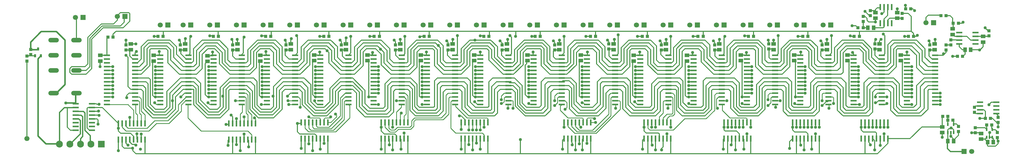
<source format=gbr>
G04 DipTrace 2.4.0.1*
%INTop.gbr*%
%MOIN*%
%ADD13C,0.02*%
%ADD14C,0.015*%
%ADD15C,0.013*%
%ADD16C,0.01*%
%ADD18R,0.0591X0.0512*%
%ADD19R,0.0394X0.0433*%
%ADD20R,0.0512X0.0591*%
%ADD21R,0.0433X0.0394*%
%ADD22R,0.0669X0.0669*%
%ADD24C,0.0669*%
%ADD25R,0.0906X0.0906*%
%ADD27C,0.0906*%
%ADD28O,0.1387X0.06*%
%ADD31R,0.0256X0.0413*%
%ADD32R,0.0236X0.0787*%
%ADD33R,0.0787X0.0236*%
%ADD34R,0.0236X0.0433*%
%ADD35C,0.04*%
%FSLAX44Y44*%
G04*
G70*
G90*
G75*
G01*
%LNTop*%
%LPD*%
X11840Y11540D2*
D13*
Y12840D1*
X11940Y12940D1*
X10540Y11640D2*
X11740D1*
X11840Y11540D1*
Y9540D2*
D14*
X12240D1*
X12440Y9340D1*
Y7575D1*
X11080Y6215D1*
X11840Y8040D2*
D15*
X11140D1*
X10740Y8440D1*
Y11040D1*
X11840D1*
X9702Y6215D2*
D13*
X9315D1*
X9340Y6240D1*
X7940D1*
X6890Y7290D1*
Y17486D1*
X7267Y17863D1*
X9702Y6215D2*
D14*
Y10402D1*
X10340Y11040D1*
X11840D1*
X16690Y12440D2*
D15*
X15940D1*
X22315D2*
X22940D1*
X29315D2*
X29940D1*
X36315D2*
X36940D1*
X43315D2*
X43940D1*
X50315D2*
X50940D1*
X57315D2*
X57940D1*
X85315D2*
X85940D1*
X78315D2*
X78940D1*
X71315D2*
X71940D1*
X64315D2*
X64940D1*
X99315D2*
X99940D1*
X106315D2*
X106940D1*
X114565D2*
X113940D1*
X121565D2*
X120940D1*
X92315D2*
X92940D1*
X22315D2*
X22140D1*
X21940Y12640D1*
Y17065D1*
X22065Y17190D1*
X29315Y12440D2*
X29140D1*
X28840Y12740D1*
Y16840D1*
X29140Y17140D1*
X36315Y12440D2*
X36140D1*
X35940Y12640D1*
Y17065D1*
X36065Y17190D1*
X43315Y12440D2*
X43240D1*
X42940Y12740D1*
Y17040D1*
X43140Y17240D1*
X50315Y12440D2*
Y17065D1*
X50140Y17240D1*
X57315Y12440D2*
X57040D1*
X56940Y12540D1*
Y17040D1*
X57140Y17240D1*
X64315Y12440D2*
X64140D1*
X63940Y12640D1*
Y17040D1*
X64140Y17240D1*
X71315Y12440D2*
X71140D1*
X70840Y12740D1*
Y16640D1*
X71040Y16840D1*
Y17140D1*
X71140Y17240D1*
X78315Y12440D2*
X78040D1*
X77940Y12540D1*
Y17040D1*
X78140Y17240D1*
X85315Y12440D2*
X85140D1*
X84940Y12640D1*
Y17065D1*
X85065Y17190D1*
X92315Y12440D2*
X92040D1*
X91840Y12640D1*
Y16965D1*
X92065Y17190D1*
X99315Y12440D2*
Y17065D1*
X99140Y17240D1*
X106315Y12440D2*
Y17065D1*
X106140Y17240D1*
X113940Y12440D2*
X113440D1*
X113340Y12540D1*
Y17040D1*
X113140Y17240D1*
X120940Y12440D2*
X120540D1*
X120340Y12640D1*
Y17040D1*
X120140Y17240D1*
X116790Y22340D2*
Y22842D1*
X132790Y7071D2*
Y6615D1*
X132915D1*
X129313Y18690D2*
X130465D1*
X130565D1*
X130940Y19065D1*
Y19692D1*
X131246Y9615D2*
Y10534D1*
X131040Y10740D1*
X130540D1*
X130665Y6865D2*
X131165D1*
X131540Y6490D1*
X131406Y7098D2*
X131398D1*
X131165Y6865D1*
X119665Y24090D2*
Y23588D1*
X127063Y6615D2*
Y6738D1*
X127690Y7365D1*
Y7865D1*
X125565Y7115D2*
Y7746D1*
X125560D1*
X126690Y7240D2*
Y7738D1*
X127063Y6615D2*
Y6867D1*
X126690Y7240D1*
X114940Y8440D2*
Y9066D1*
X116940Y6940D2*
Y7690D1*
X116815Y7815D1*
X115190D1*
X114940Y8065D1*
Y8440D1*
X105940D2*
Y9066D1*
X107940Y6940D2*
Y7565D1*
X107690Y7815D1*
X106190D1*
X105940Y8065D1*
Y8440D1*
X96940D2*
Y9066D1*
Y8440D2*
Y8065D1*
X97065Y7940D1*
X98565D1*
X98940Y7565D1*
Y6940D1*
X86440Y8440D2*
Y9066D1*
X88440Y6940D2*
Y7565D1*
X88315Y7690D1*
X86690D1*
X86440Y7940D1*
Y8440D1*
X75940D2*
Y9066D1*
X62440Y8140D2*
Y9066D1*
X64440Y6340D2*
Y6940D1*
X51940Y8440D2*
Y9066D1*
X53940Y6940D2*
Y7340D1*
X53740Y7540D1*
X52340D1*
X51940Y7940D1*
Y8440D1*
X40940Y8940D2*
X41314D1*
X41440Y9066D1*
X43440Y6940D2*
Y7340D1*
X43240Y7540D1*
X41240D1*
X40940Y7840D1*
Y8940D1*
X31565Y8815D2*
X31815D1*
X31940Y8940D1*
X33940Y6814D2*
Y7540D1*
X19440Y6814D2*
Y7240D1*
X19040Y7640D1*
X17740D1*
X17440Y7940D1*
Y8315D1*
Y8940D1*
X15040Y16440D2*
Y17165D1*
X15065Y17190D1*
X124565Y19440D2*
X124640D1*
Y20040D1*
X117340Y19440D2*
Y19840D1*
X117540Y20040D1*
X110440Y19440D2*
Y20040D1*
X103440Y19440D2*
Y19940D1*
X96315Y19440D2*
Y20015D1*
X96340Y20040D1*
X89315Y19440D2*
X89340D1*
Y20040D1*
X82440Y19440D2*
X82540D1*
Y20040D1*
X75315Y19440D2*
X75340D1*
Y19940D1*
X68440Y19440D2*
X68540D1*
Y20040D1*
X61315Y19440D2*
Y20015D1*
X61340Y20040D1*
X54440Y19440D2*
Y20040D1*
X47315Y19440D2*
Y20215D1*
X47340Y20240D1*
X40065Y19440D2*
Y20065D1*
X40140Y20140D1*
X33065Y19440D2*
Y20015D1*
X33040Y20040D1*
X26190Y19440D2*
Y20090D1*
X26240Y20140D1*
X19065Y19440D2*
X19740D1*
X13966Y11040D2*
X15340D1*
X17440Y8940D1*
X13966Y8040D2*
X13640D1*
X13340Y8340D1*
Y10940D1*
X13440Y11040D1*
X13966D1*
X130465Y18640D2*
Y18690D1*
X127690Y22190D2*
X128190D1*
X128315Y22315D1*
X116790Y22340D2*
X115915D1*
X115690Y22565D1*
Y22815D1*
X115440Y23065D1*
X115190D1*
X17315D2*
Y22565D1*
X16815Y22065D1*
X15190D1*
X13440Y20315D1*
Y16815D1*
X13065Y16440D1*
X11315D1*
X11065Y16190D1*
Y15690D1*
X11315Y15440D1*
X13190D1*
X13940Y16190D1*
Y20065D1*
X15440Y21565D1*
X18065D1*
X18940Y22440D1*
Y23440D1*
X18815Y23565D1*
X17690D1*
X17315Y23190D1*
Y23065D1*
X132915Y6615D2*
Y6290D1*
X132565Y5940D1*
X131565D1*
X131490Y6015D1*
Y6440D1*
X131540Y6490D1*
X131246Y9615D2*
X130490D1*
X77940Y6240D2*
Y6940D1*
X26640Y13440D2*
X25940D1*
X24940Y12440D1*
Y10815D1*
X23815Y9690D1*
X21940D1*
X20690Y10940D1*
Y13190D1*
X20440Y13440D1*
X19640D1*
X33640D2*
X32065D1*
X31940Y13315D1*
Y10815D1*
X30815Y9690D1*
X29065D1*
X27340Y11415D1*
Y13415D1*
X27315Y13440D1*
X26640D1*
X40640D2*
X39315D1*
X38940Y13065D1*
Y10815D1*
X37815Y9690D1*
X35815D1*
X34690Y10815D1*
Y12940D1*
X34190Y13440D1*
X33640D1*
X47641D2*
X46690D1*
X46315Y13065D1*
Y11440D1*
X44815Y9940D1*
X43065D1*
X41565Y11440D1*
Y13065D1*
X41190Y13440D1*
X40640D1*
X54641D2*
X53815D1*
X53565Y13190D1*
Y10440D1*
X52940Y9815D1*
X49815D1*
X48690Y10940D1*
Y12940D1*
X48190Y13440D1*
X47641D1*
X61641D2*
X60440D1*
X60065Y13065D1*
Y10565D1*
X59440Y9940D1*
X56440D1*
X55690Y10690D1*
Y13190D1*
X55440Y13440D1*
X54641D1*
X68641D2*
X67565D1*
X67190Y13065D1*
Y10315D1*
X66815Y9940D1*
X63440D1*
X62540Y10840D1*
Y13140D1*
X62240Y13440D1*
X61641D1*
X75641D2*
X74565D1*
X74190Y13065D1*
Y10690D1*
X73440Y9940D1*
X70840D1*
X69540Y11240D1*
Y13040D1*
X69140Y13440D1*
X68641D1*
X82641D2*
X81940D1*
X81440Y12940D1*
Y10940D1*
X80440Y9940D1*
X77565D1*
X76640Y10865D1*
Y13240D1*
X76440Y13440D1*
X75641D1*
X89641D2*
X88940D1*
X88565Y13065D1*
Y10565D1*
X87940Y9940D1*
X84565D1*
X83640Y10865D1*
Y13115D1*
X83315Y13440D1*
X82641D1*
X89641D2*
X90565D1*
X90690Y13315D1*
Y10690D1*
X91440Y9940D1*
X94440D1*
X95315Y10815D1*
Y13315D1*
X95440Y13440D1*
X96641D1*
X103641D2*
X102565D1*
X102315Y13190D1*
Y10815D1*
X101440Y9940D1*
X98815D1*
X97815Y10940D1*
Y13190D1*
X97565Y13440D1*
X96641D1*
X110641D2*
X109690D1*
X109440Y13190D1*
Y10565D1*
X108815Y9940D1*
X105315D1*
X104690Y10565D1*
Y13190D1*
X104440Y13440D1*
X103641D1*
X117641D2*
X116815D1*
X116440Y13065D1*
Y10440D1*
X115940Y9940D1*
X112565D1*
X111815Y10690D1*
Y13065D1*
X111440Y13440D1*
X110641D1*
X124641D2*
X123815D1*
X123690Y13315D1*
Y10815D1*
X122815Y9940D1*
X119565D1*
X118815Y10690D1*
Y13065D1*
X118440Y13440D1*
X117641D1*
X19640Y17940D2*
Y18265D1*
X19815Y18440D1*
X19640Y13440D2*
X19065D1*
X18690Y13815D1*
Y17690D1*
X18440Y17940D1*
X62440Y5540D2*
Y6940D1*
X78340Y5440D2*
Y6840D1*
X78440Y6940D1*
X20440Y7540D2*
Y6814D1*
X18540Y12340D2*
Y12640D1*
X18840Y12940D1*
X19640D1*
X34940Y6814D2*
D16*
Y7440D1*
X34440Y7940D1*
X28315D1*
X26565Y9690D1*
Y11365D1*
X26640Y11440D1*
X22940D2*
X22440D1*
X22190Y11690D1*
X35440Y8940D2*
Y9565D1*
X35315Y9690D1*
X20940Y8940D2*
Y10065D1*
X20440Y10565D1*
Y12190D1*
X20190Y12440D1*
X19640D1*
Y13940D2*
D15*
X20690D1*
X21040Y13590D1*
Y11090D1*
X22065Y10065D1*
X23690D1*
X24565Y10940D1*
Y11940D1*
Y12690D1*
X25815Y13940D1*
X26640D1*
X27240D1*
X27640Y13540D1*
Y11615D1*
X29190Y10065D1*
X30690D1*
X31565Y10940D1*
Y13440D1*
X32065Y13940D1*
X33640D1*
X34315D1*
X35040Y13215D1*
Y10965D1*
X35940Y10065D1*
X37690D1*
X38565Y10940D1*
Y13315D1*
X39190Y13940D1*
X40640D1*
X41315D1*
X41940Y13315D1*
Y11565D1*
X43190Y10315D1*
X44690D1*
X45940Y11565D1*
Y13190D1*
X46690Y13940D1*
X47641D1*
X48190D1*
X49065Y13065D1*
Y11190D1*
X50065Y10190D1*
X52690D1*
X53190Y10690D1*
Y13690D1*
X53440Y13940D1*
X54641D1*
X55565D1*
X56040Y13465D1*
Y10840D1*
X56565Y10315D1*
X59190D1*
X59690Y10815D1*
Y13690D1*
X59940Y13940D1*
X61641D1*
X62540D1*
X62940Y13540D1*
Y11065D1*
X63690Y10315D1*
X66565D1*
X66815Y10565D1*
Y13440D1*
X67315Y13940D1*
X68641D1*
X69240D1*
X69840Y13340D1*
Y11340D1*
X70865Y10315D1*
X73190D1*
X73815Y10940D1*
Y13565D1*
X74190Y13940D1*
X75641D1*
X76565D1*
X76940Y13565D1*
Y11190D1*
X77815Y10315D1*
X80190D1*
X81065Y11190D1*
Y13690D1*
X81315Y13940D1*
X82641D1*
X83690D1*
X84040Y13590D1*
Y11090D1*
X84815Y10315D1*
X87690D1*
X88190Y10815D1*
Y13440D1*
X88690Y13940D1*
X89641D1*
X96641D2*
X95315D1*
X94940Y13565D1*
Y10940D1*
X94315Y10315D1*
X91690D1*
X90940Y11065D1*
Y13640D1*
X90640Y13940D1*
X89641D1*
X96641D2*
X97815D1*
X98190Y13565D1*
Y11065D1*
X98940Y10315D1*
X101315D1*
X101940Y10940D1*
Y13565D1*
X102315Y13940D1*
X103641D1*
X104815D1*
X105065Y13690D1*
Y10815D1*
X105565Y10315D1*
X108565D1*
X109065Y10815D1*
Y13690D1*
X109315Y13940D1*
X110641D1*
X111690D1*
X112190Y13440D1*
Y10815D1*
X112690Y10315D1*
X115565D1*
X116065Y10815D1*
Y13440D1*
X116565Y13940D1*
X117641D1*
X118815D1*
X119190Y13565D1*
Y10940D1*
X119815Y10315D1*
X122565D1*
X123190Y10940D1*
Y13440D1*
X123690Y13940D1*
X124641D1*
X24540Y11940D2*
X24565D1*
X26640Y14440D2*
X25690D1*
X24190Y12940D1*
Y11065D1*
X23565Y10440D1*
X22190D1*
X21340Y11290D1*
Y14165D1*
X21065Y14440D1*
X19640D1*
X33640D2*
X32065D1*
X31190Y13565D1*
Y12540D1*
Y11065D1*
X30565Y10440D1*
X29315D1*
X27940Y11815D1*
Y13840D1*
X27340Y14440D1*
X26640D1*
X40640D2*
X39065D1*
X38190Y13565D1*
Y11065D1*
X37565Y10440D1*
X36065D1*
X35340Y11165D1*
Y13915D1*
X34815Y14440D1*
X33640D1*
X40640D2*
X41565D1*
X42315Y13690D1*
Y11690D1*
X43315Y10690D1*
X44565D1*
X45565Y11690D1*
Y13440D1*
X46565Y14440D1*
X47641D1*
X54641D2*
X53315D1*
X52815Y13940D1*
Y10940D1*
X52440Y10565D1*
X50190D1*
X49440Y11315D1*
Y13190D1*
X48190Y14440D1*
X47641D1*
X61641D2*
X59690D1*
X59315Y14065D1*
Y10940D1*
X59065Y10690D1*
X56815D1*
X56340Y11165D1*
Y13790D1*
X55690Y14440D1*
X54641D1*
X68641D2*
X67065D1*
X66440Y13815D1*
Y10815D1*
X66315Y10690D1*
X63940D1*
X63240Y11390D1*
Y14040D1*
X62840Y14440D1*
X61641D1*
X75641D2*
X73815D1*
X73440Y14065D1*
Y11190D1*
X72940Y10690D1*
X70940D1*
X70140Y11490D1*
Y13640D1*
X69465Y14315D1*
X68766D1*
X68641Y14440D1*
X82641D2*
X80940D1*
X80690Y14190D1*
Y11440D1*
X79940Y10690D1*
X78065D1*
X77240Y11515D1*
Y13940D1*
X76615Y14565D1*
X75766D1*
X75641Y14440D1*
X89641D2*
X88440D1*
X87815Y13815D1*
Y11065D1*
X87440Y10690D1*
X85065D1*
X84340Y11415D1*
Y13915D1*
X83815Y14440D1*
X82641D1*
X89641D2*
X90840D1*
X91240Y14040D1*
Y11390D1*
X91940Y10690D1*
X94190D1*
X94565Y11065D1*
Y13940D1*
X95065Y14440D1*
X96641D1*
X103641D2*
X102190D1*
X101565Y13815D1*
Y11190D1*
X101065Y10690D1*
X99065D1*
X98565Y11190D1*
Y13940D1*
X98065Y14440D1*
X96641D1*
X103641D2*
X105065D1*
X105440Y14065D1*
Y11065D1*
X105815Y10690D1*
X108315D1*
X108690Y11065D1*
Y13940D1*
X109190Y14440D1*
X110641D1*
X117641D2*
X116315D1*
X115690Y13815D1*
Y11065D1*
X115315Y10690D1*
X112940D1*
X112565Y11065D1*
Y13690D1*
X111815Y14440D1*
X110641D1*
X124641D2*
X123315D1*
X122690Y13815D1*
Y11190D1*
X122190Y10690D1*
X120065D1*
X119565Y11190D1*
Y13940D1*
X119065Y14440D1*
X117641D1*
X31140Y12540D2*
X31190D1*
X26640Y17440D2*
X26340D1*
X25640Y18140D1*
Y18571D1*
X25565Y18646D1*
X26144D1*
X26190Y18692D1*
X19877Y7565D2*
Y6877D1*
X19940Y6814D1*
X14765Y8840D2*
Y9415D1*
X14640Y9540D1*
X13966D1*
X123940Y19315D2*
Y19740D1*
X123840Y19840D1*
X116740Y19440D2*
Y20040D1*
X116840D1*
X109815Y19315D2*
Y19665D1*
X109640Y19840D1*
X102815Y19440D2*
Y19865D1*
X102740Y19940D1*
X95690Y19315D2*
Y19690D1*
X95540Y19840D1*
X88690Y19315D2*
Y19690D1*
X88540Y19840D1*
X81815Y19440D2*
Y19765D1*
X81640Y19940D1*
X74690Y19315D2*
Y19690D1*
X74540Y19840D1*
X67815Y19315D2*
Y19565D1*
X67540Y19840D1*
X60690Y19315D2*
Y19690D1*
X60540Y19840D1*
X53815Y19315D2*
Y19765D1*
X53640Y19940D1*
X46690Y19315D2*
Y19790D1*
X46540Y19940D1*
X39440Y19315D2*
Y19840D1*
X39340Y19940D1*
X32440Y19315D2*
Y19940D1*
X32340Y20040D1*
X25565Y19315D2*
Y19815D1*
X25440Y19940D1*
X18440Y19315D2*
Y19940D1*
X126940Y17815D2*
X127565D1*
X129915Y7696D2*
X130582D1*
X130665Y7613D1*
X116140Y23171D2*
X116009D1*
X115440Y23740D1*
X129915Y7696D2*
X129440D1*
X20940Y6814D2*
Y4940D1*
X32440D1*
X35440D1*
X41846D1*
X44940D1*
X52440D1*
X55440D1*
X62940D1*
X65940D1*
X70190D1*
X76440D1*
X79440D1*
X86940D1*
X89940D1*
X97421D1*
X100440D1*
X106440D1*
X109445D1*
X115440D1*
X117065D1*
X118440Y6315D1*
Y6940D1*
X109445Y4940D2*
Y6935D1*
X109440Y6940D1*
X106440D2*
Y4940D1*
X97421D2*
Y6921D1*
X97440Y6940D1*
X100440D2*
Y4940D1*
X89940Y6940D2*
Y4940D1*
X86940Y6940D2*
Y4940D1*
X76440Y6940D2*
Y4940D1*
X79440Y6940D2*
Y4940D1*
X62940Y6940D2*
Y4940D1*
X65940Y6940D2*
Y4940D1*
X52440Y6940D2*
Y4940D1*
X55440Y6940D2*
Y4940D1*
X41940Y6940D2*
Y5034D1*
X41846Y4940D1*
X44940Y6940D2*
Y4940D1*
X32440Y6814D2*
Y4940D1*
X35440Y6814D2*
Y4940D1*
X115440Y6940D2*
Y4940D1*
X16740Y20340D2*
Y20740D1*
X17127Y21128D1*
X23324D1*
X30537D1*
X37509D1*
X45064D1*
X51725D1*
X58237D1*
X66123D1*
X69619D1*
X72815D1*
X80078D1*
X86878D1*
X94190D1*
X100815D1*
X107940D1*
X114690D1*
X121516D1*
X121815Y20829D1*
Y20440D1*
X114690D2*
Y21128D1*
X107940Y20440D2*
Y21128D1*
X100815Y20440D2*
Y21128D1*
X94190Y20440D2*
Y21128D1*
X86878Y20440D2*
Y21128D1*
X80065Y20440D2*
X80078Y21128D1*
X72815Y20440D2*
Y21128D1*
X66123D2*
Y20498D1*
X66065Y20440D1*
X58237Y21128D2*
Y20455D1*
X58252Y20440D1*
X51725Y21128D2*
Y20475D1*
X51690Y20440D1*
X45064Y21128D2*
Y20441D1*
X45065Y20440D1*
X37509Y21128D2*
Y20509D1*
X37440Y20440D1*
X30537Y21128D2*
Y20468D1*
X30565Y20440D1*
X23324Y21128D2*
Y20449D1*
X23315Y20440D1*
X19315Y5690D2*
X18190D1*
X17940Y5940D1*
Y6814D1*
X14890Y11465D2*
X14615D1*
X14540Y11540D1*
X13966D1*
X69619Y21128D2*
Y20494D1*
X69565Y20440D1*
X70190Y6815D2*
Y4940D1*
X125560Y8494D2*
Y9779D1*
X125646Y9865D1*
X131690Y21190D2*
X131565D1*
X131190Y21565D1*
X121815Y20440D2*
X122190D1*
X122315Y20565D1*
X120290Y23465D2*
X121115D1*
X121516Y23064D1*
Y21128D1*
X125560Y8494D2*
X122894D1*
X121340Y6940D1*
X118440D1*
X20940Y4940D2*
X19740D1*
X19340Y5340D1*
Y5665D1*
X19315Y5690D1*
X82641Y17440D2*
X82240D1*
X81840Y17840D1*
Y18746D1*
X81815Y18771D1*
X82361D1*
X82440Y18692D1*
X20440Y8940D2*
D16*
Y10065D1*
X20190Y10315D1*
Y11815D1*
X20065Y11940D1*
X19640D1*
X19940Y8940D2*
Y10065D1*
X19690Y10315D1*
Y11390D1*
X19640Y11440D1*
X22065Y17938D2*
D15*
X22938D1*
X22940Y17940D1*
X22815Y18440D2*
Y18065D1*
X22940Y17940D1*
X22127Y20440D2*
X22646D1*
X19640Y14940D2*
X21440D1*
X21640Y14740D1*
Y11490D1*
X22315Y10815D1*
X23440D1*
X23815Y11190D1*
Y13190D1*
X25565Y14940D1*
X26640D1*
X27540D1*
X28240Y14240D1*
Y12015D1*
X29440Y10815D1*
X30440D1*
X30815Y11190D1*
Y13690D1*
X32065Y14940D1*
X33640D1*
X35190D1*
X35640Y14490D1*
Y11365D1*
X36190Y10815D1*
X37440D1*
X37815Y11190D1*
Y12540D1*
Y13815D1*
X38940Y14940D1*
X40640D1*
X41815D1*
X42690Y14065D1*
Y11815D1*
X43440Y11065D1*
X44440D1*
X45190Y11815D1*
Y13565D1*
X46565Y14940D1*
X47641D1*
X48190D1*
X49815Y13315D1*
Y11565D1*
X50440Y10940D1*
X52190D1*
X52440Y11190D1*
Y14190D1*
X53190Y14940D1*
X54641D1*
X55815D1*
X56640Y14115D1*
Y11365D1*
X56940Y11065D1*
X58815D1*
X58940Y11190D1*
Y14565D1*
X59315Y14940D1*
X61641D1*
X63240D1*
X63640Y14540D1*
Y11740D1*
X64315Y11065D1*
X65940D1*
X66065Y11190D1*
Y14440D1*
X66565Y14940D1*
X68641D1*
X69440D1*
X70440Y13940D1*
Y11640D1*
X71015Y11065D1*
X72690D1*
X72940Y11315D1*
Y14440D1*
X73440Y14940D1*
X75641D1*
X76840D1*
X77540Y14240D1*
Y11840D1*
X78315Y11065D1*
X79690D1*
X80315Y11690D1*
Y14440D1*
X80815Y14940D1*
X82641D1*
X84190D1*
X84640Y14490D1*
Y11740D1*
X85315Y11065D1*
X87190D1*
X87440Y11315D1*
Y14190D1*
X88190Y14940D1*
X89641D1*
X91140D1*
X91540Y14540D1*
Y11715D1*
X92190Y11065D1*
X93940D1*
X94190Y11315D1*
Y14565D1*
X94565Y14940D1*
X96641D1*
X98315D1*
X98940Y14315D1*
Y11315D1*
X99190Y11065D1*
X100815D1*
X101190Y11440D1*
Y14065D1*
X102065Y14940D1*
X103641D1*
X105315D1*
X105815Y14440D1*
Y11315D1*
X106065Y11065D1*
X108065D1*
X108315Y11315D1*
Y14315D1*
X108940Y14940D1*
X110641D1*
X112315D1*
X112940Y14315D1*
Y11315D1*
X113190Y11065D1*
X115065D1*
X115315Y11315D1*
Y14315D1*
X115940Y14940D1*
X117641D1*
X119190D1*
X119940Y14190D1*
Y11440D1*
X120315Y11065D1*
X121815D1*
X122190Y11440D1*
Y13940D1*
X123190Y14940D1*
X124641D1*
X37740Y12540D2*
X37815D1*
X26640Y15440D2*
X25440D1*
X23940Y16940D1*
Y18565D1*
X23690Y18815D1*
X21690D1*
X21565Y18690D1*
Y16565D1*
X20440Y15440D1*
X19640D1*
X33640D2*
X32065D1*
X30690Y16815D1*
Y18190D1*
X30065Y18815D1*
X29190D1*
X28440Y18065D1*
Y16190D1*
X27690Y15440D1*
X26640D1*
X40640D2*
X38940D1*
X37815Y16565D1*
Y18315D1*
X37315Y18815D1*
X36065D1*
X35565Y18315D1*
Y16315D1*
X34690Y15440D1*
X33640D1*
X47641D2*
X46565D1*
X45065Y16940D1*
Y18315D1*
X44840Y18540D1*
X44565Y18815D1*
X43115D1*
X42565Y18265D1*
Y16690D1*
X41315Y15440D1*
X40640D1*
X54641D2*
X53190D1*
X51940Y16690D1*
Y18065D1*
X51190Y18815D1*
X50015D1*
X49565Y18365D1*
Y16565D1*
X48440Y15440D1*
X47641D1*
X61641D2*
X60065D1*
X58940Y16565D1*
Y18565D1*
X58690Y18815D1*
X57065D1*
X56640Y18390D1*
Y16390D1*
X55690Y15440D1*
X54641D1*
X68641D2*
X67940D1*
X66065Y17315D1*
Y18565D1*
X65815Y18815D1*
X63940D1*
X63565Y18440D1*
Y16565D1*
X62440Y15440D1*
X61641D1*
X75641D2*
X74065D1*
X72940Y16565D1*
Y18690D1*
X72815Y18815D1*
X71065D1*
X70565Y18315D1*
Y16690D1*
X69315Y15440D1*
X68641D1*
X82641D2*
X81565D1*
X80190Y16815D1*
Y18315D1*
X79690Y18815D1*
X78065D1*
X77565Y18315D1*
Y16690D1*
X76315Y15440D1*
X75690D1*
Y15489D1*
X75641Y15440D1*
X89641D2*
X88190D1*
X86940Y16690D1*
Y18440D1*
X86565Y18815D1*
X84815D1*
X84565Y18565D1*
Y16440D1*
X83565Y15440D1*
X82641D1*
X96641D2*
X95565D1*
X93940Y17065D1*
Y18440D1*
X93565Y18815D1*
X91815D1*
X91440Y18440D1*
Y16440D1*
X90440Y15440D1*
X89641D1*
X103641D2*
X102065D1*
X101065Y16440D1*
Y18565D1*
X100815Y18815D1*
X98940D1*
X98540Y18415D1*
Y16290D1*
X97690Y15440D1*
X96641D1*
X110641D2*
X108940D1*
X108065Y16315D1*
Y18440D1*
X107690Y18815D1*
X105940D1*
X105565Y18440D1*
Y16440D1*
X104565Y15440D1*
X103641D1*
X110641D2*
X112315D1*
X112565Y15690D1*
Y18265D1*
X113115Y18815D1*
X114690D1*
X115190Y18315D1*
Y16940D1*
X116690Y15440D1*
X117641D1*
X124641D2*
X123065D1*
X122190Y16315D1*
Y17940D1*
X121315Y18815D1*
X119715D1*
X119540Y18640D1*
Y16415D1*
X118565Y15440D1*
X117641D1*
X44840Y18540D2*
D3*
X19640Y15940D2*
X20440D1*
X21190Y16690D1*
Y18815D1*
X21565Y19190D1*
X23815D1*
X24315Y18690D1*
Y17315D1*
X25690Y15940D1*
X26640D1*
X27440D1*
X28065Y16565D1*
Y18315D1*
X28940Y19190D1*
X30190D1*
X31065Y18315D1*
Y16940D1*
X32065Y15940D1*
X33640D1*
X34690D1*
X35190Y16440D1*
Y18440D1*
X35940Y19190D1*
X37565D1*
X38190Y18565D1*
Y16815D1*
X39065Y15940D1*
X40640D1*
X41190D1*
X42190Y16940D1*
Y18490D1*
X42890Y19190D1*
X44815D1*
X45440Y18565D1*
Y17190D1*
X46690Y15940D1*
X47641D1*
X48315D1*
X49190Y16815D1*
Y18590D1*
X49790Y19190D1*
X51440D1*
X51865Y18765D1*
X52315Y18315D1*
Y16940D1*
X53315Y15940D1*
X54641D1*
X55565D1*
X56240Y16615D1*
Y18615D1*
X56815Y19190D1*
X58815D1*
X59315Y18690D1*
Y16815D1*
X60190Y15940D1*
X61641D1*
X62440D1*
X63190Y16690D1*
Y18565D1*
X63815Y19190D1*
X65940D1*
X66440Y18690D1*
Y17565D1*
X68065Y15940D1*
X68641D1*
X69315D1*
X70190Y16815D1*
Y18440D1*
X70940Y19190D1*
X72940D1*
X73315Y18815D1*
Y16815D1*
X74190Y15940D1*
X75641D1*
X76315D1*
X77190Y16815D1*
Y18565D1*
X77815Y19190D1*
X79940D1*
X80565Y18565D1*
Y17065D1*
X81690Y15940D1*
X82641D1*
X83440D1*
X84190Y16690D1*
Y18690D1*
X84690Y19190D1*
X86815D1*
X87315Y18690D1*
Y16815D1*
X88190Y15940D1*
X89641D1*
X90315D1*
X91065Y16690D1*
Y18690D1*
X91565Y19190D1*
X93815D1*
X94315Y18690D1*
Y17315D1*
X95690Y15940D1*
X96641D1*
X97565D1*
X98140Y16515D1*
Y18640D1*
X98690Y19190D1*
X101065D1*
X101440Y18815D1*
Y16690D1*
X102190Y15940D1*
X103641D1*
X104440D1*
X105190Y16690D1*
Y18565D1*
X105815Y19190D1*
X107815D1*
X108440Y18565D1*
Y16565D1*
X109065Y15940D1*
X110641D1*
X117641D2*
X116815D1*
X115565Y17190D1*
Y18440D1*
X114815Y19190D1*
X112940D1*
X112190Y18440D1*
Y16315D1*
X111815Y15940D1*
X110641D1*
X117641D2*
X118440D1*
X119190Y16690D1*
Y18790D1*
X119590Y19190D1*
X121565D1*
X122565Y18190D1*
Y16690D1*
X123315Y15940D1*
X124641D1*
X51840Y18740D2*
X51865Y18765D1*
X22940Y15440D2*
X22315D1*
X16690D2*
X15940D1*
X29315D2*
X29940D1*
X121565D2*
X120940D1*
X114565D2*
X113940D1*
X107565D2*
X106940D1*
X100565D2*
X99940D1*
X92315D2*
X92940D1*
X85315D2*
X85940D1*
X78315D2*
X78940D1*
X71315D2*
X71940D1*
X64315D2*
X64940D1*
X57315D2*
X57940D1*
X51565D2*
X50940D1*
X43315D2*
X43940D1*
X36315D2*
X36940D1*
X74690Y11940D2*
D16*
Y12565D1*
X75065Y12940D1*
X75641D1*
X78940Y6315D2*
Y6940D1*
X74690Y11315D2*
X75065Y11690D1*
Y12315D1*
X75190Y12440D1*
X75641D1*
X79440Y9066D2*
X80064D1*
X80065Y9065D1*
X19440Y8940D2*
Y10690D1*
X18690Y11440D1*
X15940D1*
X26640Y12940D2*
D15*
X26140D1*
X25640Y12440D1*
X18940Y8940D2*
Y9740D1*
X18440Y8940D2*
D16*
Y8565D1*
X18690Y8315D1*
X21190D1*
X22190Y9315D1*
X23940D1*
X25315Y10690D1*
Y11415D1*
X26340Y12440D1*
X26640D1*
Y11940D2*
X26240D1*
X25690Y11390D1*
Y10565D1*
X24065Y8940D1*
X22440D1*
X21440Y7940D1*
X18440D1*
X17940Y8440D1*
Y8940D1*
X34940D2*
Y10065D1*
X34440Y10565D1*
Y12690D1*
X34190Y12940D1*
X33640D1*
X34440Y8940D2*
Y10065D1*
X34190Y10315D1*
Y12315D1*
X34065Y12440D1*
X33640D1*
X39440Y18646D2*
D15*
X40019D1*
X40065Y18692D1*
X40640Y17440D2*
X39840D1*
X39340Y17940D1*
Y18546D1*
X39440Y18646D1*
X19640Y16440D2*
X20190D1*
X20815Y17065D1*
Y18940D1*
X21440Y19565D1*
X24065D1*
X24690Y18940D1*
Y17690D1*
X25940Y16440D1*
X26640D1*
X33640D2*
X32065D1*
X31440Y17065D1*
Y18565D1*
X30440Y19565D1*
X28690D1*
X27690Y18565D1*
Y16815D1*
X27315Y16440D1*
X26640D1*
X40640D2*
X39190D1*
X38565Y17065D1*
Y18815D1*
X37815Y19565D1*
X35815D1*
X34815Y18565D1*
Y16815D1*
X34440Y16440D1*
X33640D1*
X47641D2*
X46815D1*
X45815Y17440D1*
Y18815D1*
X45065Y19565D1*
X42565D1*
X41815Y18815D1*
Y17190D1*
X41065Y16440D1*
X40640D1*
X54641D2*
X53440D1*
X52690Y17190D1*
Y18565D1*
X51690Y19565D1*
X49565D1*
X48815Y18815D1*
Y17065D1*
X48190Y16440D1*
X47641D1*
X61641D2*
X60315D1*
X59690Y17065D1*
Y18940D1*
X59415Y19215D1*
X59065Y19565D1*
X56690D1*
X55840Y18715D1*
Y16840D1*
X55440Y16440D1*
X54641D1*
X68641D2*
X68065D1*
X66815Y17690D1*
Y18940D1*
X66190Y19565D1*
X63690D1*
X62815Y18690D1*
Y16940D1*
X62315Y16440D1*
X61641D1*
X75641D2*
X74315D1*
X73690Y17065D1*
Y18940D1*
X73065Y19565D1*
X70815D1*
X69815Y18565D1*
Y17065D1*
X69190Y16440D1*
X68641D1*
X82641D2*
X81815D1*
X80940Y17315D1*
Y18815D1*
X80190Y19565D1*
X77565D1*
X76815Y18815D1*
Y16940D1*
X76315Y16440D1*
X75641D1*
X89641D2*
X88190D1*
X87690Y16940D1*
Y18940D1*
X87065Y19565D1*
X84565D1*
X83815Y18815D1*
Y16940D1*
X83315Y16440D1*
X82641D1*
X96641D2*
X95815D1*
X94690Y17565D1*
Y18940D1*
X94065Y19565D1*
X91440D1*
X90690Y18815D1*
Y16940D1*
X90190Y16440D1*
X89641D1*
X103641D2*
X102440D1*
X101940Y16940D1*
Y18940D1*
X101315Y19565D1*
X98440D1*
X97740Y18865D1*
Y16740D1*
X97440Y16440D1*
X96641D1*
X110641D2*
X109190D1*
X108815Y16815D1*
Y18815D1*
X108065Y19565D1*
X105690D1*
X104815Y18690D1*
Y16940D1*
X104315Y16440D1*
X103641D1*
X110641D2*
X111315D1*
X111815Y16940D1*
Y18690D1*
X112690Y19565D1*
X115065D1*
X115940Y18690D1*
Y17440D1*
X116940Y16440D1*
X117641D1*
X124641D2*
X123690D1*
X122940Y17190D1*
Y18565D1*
X121940Y19565D1*
X119265D1*
X118815Y19115D1*
Y16940D1*
X118315Y16440D1*
X117641D1*
X59440Y19240D2*
X59415Y19215D1*
X19640Y16940D2*
X19940D1*
X20440Y17440D1*
Y19065D1*
X21315Y19940D1*
X24190D1*
X25065Y19065D1*
Y18065D1*
X26190Y16940D1*
X26640D1*
X27065D1*
X27315Y17190D1*
Y18815D1*
X28440Y19940D1*
X30690D1*
X31815Y18815D1*
Y17315D1*
X32190Y16940D1*
X33640D1*
X34190D1*
X34440Y17190D1*
Y18690D1*
X35690Y19940D1*
X38065D1*
X38940Y19065D1*
Y17315D1*
X39315Y16940D1*
X40640D1*
X40940D1*
X41440Y17440D1*
Y19040D1*
X42340Y19940D1*
X45315D1*
X46190Y19065D1*
Y17690D1*
X46940Y16940D1*
X47641D1*
X48065D1*
X48440Y17315D1*
Y19040D1*
X49340Y19940D1*
X51940D1*
X53065Y18815D1*
Y17440D1*
X53565Y16940D1*
X54641D1*
X55315D1*
X55440Y17065D1*
Y18815D1*
X56565Y19940D1*
X59340D1*
X60065Y19215D1*
Y17315D1*
X60440Y16940D1*
X61641D1*
X62315D1*
X62440Y17065D1*
Y18815D1*
X63565Y19940D1*
X64240D1*
X66315D1*
X67190Y19065D1*
Y17815D1*
X68065Y16940D1*
X68641D1*
X69190D1*
X69440Y17190D1*
Y18690D1*
X70690Y19940D1*
X73190D1*
X74065Y19065D1*
Y17315D1*
X74440Y16940D1*
X75641D1*
X76315D1*
X76440Y17065D1*
Y19065D1*
X77315Y19940D1*
X80440D1*
X81315Y19065D1*
Y17690D1*
X82065Y16940D1*
X82641D1*
X83190D1*
X83440Y17190D1*
Y18940D1*
X84440Y19940D1*
X87315D1*
X88065Y19190D1*
Y17315D1*
X88440Y16940D1*
X89641D1*
X90065D1*
X90315Y17190D1*
Y18940D1*
X91315Y19940D1*
X94440D1*
X95065Y19315D1*
Y17815D1*
X95940Y16940D1*
X96641D1*
X97190D1*
X97340Y17090D1*
Y19090D1*
X98190Y19940D1*
X101440D1*
X102315Y19065D1*
Y17315D1*
X102690Y16940D1*
X103641D1*
X104190D1*
X104440Y17190D1*
Y18815D1*
X105565Y19940D1*
X108315D1*
X109190Y19065D1*
Y17315D1*
X109565Y16940D1*
X110641D1*
X111190D1*
X111440Y17190D1*
Y18940D1*
X112440Y19940D1*
X115190D1*
X116315Y18815D1*
Y17690D1*
X117065Y16940D1*
X117641D1*
X118190D1*
X118440Y17190D1*
Y19340D1*
X119040Y19940D1*
X122190D1*
X123315Y18815D1*
Y17690D1*
X124065Y16940D1*
X124641D1*
X64240Y19940D2*
D3*
X22940Y12940D2*
X22315D1*
X16690D2*
X15940D1*
X29315D2*
X29940D1*
X121565D2*
X120940D1*
X114565D2*
X113940D1*
X107565D2*
X106940D1*
X100565D2*
X99940D1*
X92315D2*
X92940D1*
X85315D2*
X85940D1*
X78315D2*
X78940D1*
X71315D2*
X71940D1*
X64315D2*
X64940D1*
X57315D2*
X57940D1*
X51565D2*
X50940D1*
X43315D2*
X43940D1*
X36315D2*
X36940D1*
X22940Y13440D2*
X22315D1*
X16690D2*
X15940D1*
X29315D2*
X29940D1*
X121565D2*
X120940D1*
X114565D2*
X113940D1*
X107565D2*
X106940D1*
X100565D2*
X99940D1*
X92315D2*
X92940D1*
X85315D2*
X85940D1*
X78315D2*
X78940D1*
X71315D2*
X71940D1*
X64315D2*
X64940D1*
X57315D2*
X57940D1*
X51565D2*
X50940D1*
X43315D2*
X43940D1*
X36315D2*
X36940D1*
X22940Y13940D2*
X22315D1*
X16690D2*
X15940D1*
X29315D2*
X29940D1*
X121565D2*
X120940D1*
X114565D2*
X113940D1*
X107565D2*
X106940D1*
X100565D2*
X99940D1*
X92315D2*
X92940D1*
X85315D2*
X85940D1*
X78315D2*
X78940D1*
X71315D2*
X71940D1*
X64315D2*
X64940D1*
X57315D2*
X57940D1*
X51565D2*
X50940D1*
X43315D2*
X43940D1*
X36315D2*
X36940D1*
X22940Y14440D2*
X22315D1*
X16690D2*
X15940D1*
X29315D2*
X29940D1*
X121565D2*
X120940D1*
X114565D2*
X113940D1*
X107565D2*
X106940D1*
X100565D2*
X99940D1*
X92315D2*
X92940D1*
X85315D2*
X85940D1*
X78315D2*
X78940D1*
X71315D2*
X71940D1*
X64315D2*
X64940D1*
X57315D2*
X57940D1*
X51565D2*
X50940D1*
X43315D2*
X43940D1*
X36315D2*
X36940D1*
X22940Y14940D2*
X22315D1*
X16690D2*
X15940D1*
X29315D2*
X29940D1*
X121565D2*
X120940D1*
X114565D2*
X113940D1*
X107565D2*
X106940D1*
X100565D2*
X99940D1*
X92315D2*
X92940D1*
X85315D2*
X85940D1*
X78315D2*
X78940D1*
X71315D2*
X71940D1*
X64315D2*
X64940D1*
X57315D2*
X57940D1*
X51565D2*
X50940D1*
X43315D2*
X43940D1*
X36315D2*
X36940D1*
X131780Y7098D2*
X132154D1*
X132288Y6490D2*
Y6964D1*
X132154Y7098D1*
X131780D2*
Y7730D1*
X131790Y7740D1*
X132915Y8490D2*
Y9071D1*
X132709D1*
X132165Y9615D1*
X131915D1*
X132790Y7740D2*
Y7865D1*
X132540Y8115D1*
X132200D1*
X132154Y8161D1*
X132084Y8740D2*
Y8231D1*
X132154Y8161D1*
X127064Y7738D2*
Y8116D1*
X126940Y8240D1*
X126740D1*
X126440D1*
X126316Y8116D1*
Y7738D1*
X126315Y6615D2*
Y7738D1*
X126316D1*
X132666Y11740D2*
X132015D1*
X131690Y11415D1*
X126740Y8340D2*
Y8240D1*
X128440Y5240D2*
D14*
X126640D1*
X126240Y5640D1*
Y6540D1*
X126315Y6615D1*
X127690Y8534D2*
D15*
Y8615D1*
X127440Y8865D1*
X127128D1*
X127064Y8801D1*
Y9285D1*
X126984Y9365D1*
X36065Y17938D2*
X36938D1*
X36940Y17940D1*
X36815Y18440D2*
Y18127D1*
X36877Y18065D1*
Y18002D1*
X36940Y17940D1*
X36253Y20502D2*
X36708D1*
X36771Y20440D1*
X60690Y18646D2*
X61269D1*
X61315Y18692D1*
X61641Y17440D2*
X61140D1*
X60640Y17940D1*
Y18596D1*
X60690Y18646D1*
X57140Y17988D2*
X57892D1*
X57940Y17940D1*
X57877Y18378D2*
Y18003D1*
X57940Y17940D1*
X57583Y20440D2*
X57065D1*
X57003Y20377D1*
X32815Y11940D2*
D16*
X33640D1*
X33940Y8940D2*
Y9815D1*
X33440Y8940D2*
Y10190D1*
X33690Y10440D1*
Y11390D1*
X33640Y11440D1*
X76065Y10815D2*
X76315Y11065D1*
Y11690D1*
X76065Y11940D1*
X75641D1*
X78940Y9066D2*
Y9565D1*
X79065Y9690D1*
X79815D1*
X79940Y9565D1*
X82690Y10940D2*
Y11391D1*
X82641Y11440D1*
X89440Y7565D2*
Y6940D1*
X43440Y9066D2*
Y8565D1*
X43565Y8440D1*
X45065D1*
X46565Y9940D1*
Y12315D1*
X47190Y12940D1*
X47641D1*
X42940Y9066D2*
Y8440D1*
X43140Y8240D1*
X45365D1*
X46815Y9690D1*
Y12065D1*
X47190Y12440D1*
X47641D1*
X42440Y9066D2*
Y8315D1*
X42715Y8040D1*
X45665D1*
X47065Y9440D1*
Y11815D1*
X47190Y11940D1*
X47641D1*
X54940Y9066D2*
Y9940D1*
X55190Y10190D1*
Y12190D1*
X54940Y12440D1*
X54641D1*
X54440Y9066D2*
Y10190D1*
X54565Y10315D1*
X53940Y11940D2*
X54641D1*
X52940Y9066D2*
Y8315D1*
X53190Y8065D1*
X53690D1*
X54065Y8440D1*
X55690D1*
X55940Y8690D1*
Y9315D1*
X56315Y9690D1*
X59815D1*
X60440Y10315D1*
Y12690D1*
X60690Y12940D1*
X61641D1*
Y12440D2*
X60940D1*
X60815Y12315D1*
Y10190D1*
X60065Y9440D1*
X56440D1*
X56190Y9190D1*
Y8565D1*
X55815Y8190D1*
X54190D1*
X53815Y7815D1*
X53065D1*
X52440Y8440D1*
Y9066D1*
X32440Y18646D2*
D15*
X33019D1*
X33065Y18692D1*
X33640Y17440D2*
X32840D1*
X32440Y17840D1*
Y18646D1*
X65440Y6940D2*
D16*
Y7440D1*
X65190Y7690D1*
X61690D1*
X61065Y8315D1*
Y11815D1*
X61190Y11940D1*
X61641D1*
X65940Y9066D2*
Y9565D1*
X65815Y9690D1*
X63190D1*
X61690Y11190D1*
Y11391D1*
X61641Y11440D1*
X29140Y17888D2*
D15*
X29888D1*
X29940Y17940D1*
X29815Y18378D2*
Y18065D1*
X29940Y17940D1*
X29440Y20502D2*
X29833D1*
X29896Y20440D1*
X31840Y6040D2*
Y6714D1*
X31940Y6814D1*
X43940Y5540D2*
Y6940D1*
X89940Y8440D2*
D16*
Y9066D1*
X78315Y11690D2*
X78440D1*
X78690Y11440D1*
X78940D1*
X68641Y17440D2*
D15*
X68240D1*
X67740Y17940D1*
Y18571D1*
X67815Y18646D1*
X68440Y18692D2*
X67861D1*
X67815Y18646D1*
X75641Y11440D2*
D16*
X75440Y11239D1*
Y10690D1*
X76440Y9690D1*
X78315D1*
X78440Y9565D1*
Y9066D1*
X64140Y17988D2*
D15*
X64892D1*
X64940Y17940D1*
Y18378D2*
Y17940D1*
Y20502D2*
X65333D1*
X65396Y20440D1*
X46690Y18646D2*
X47269D1*
X47315Y18692D1*
X47641Y17440D2*
X47240D1*
X46840Y17840D1*
Y18496D1*
X46690Y18646D1*
X71940Y11440D2*
D16*
X71440D1*
X71315Y11565D1*
X77940Y9066D2*
Y8640D1*
X78140Y8440D1*
Y17988D2*
D15*
X78892D1*
X78940Y17940D1*
X79003Y18378D2*
Y18003D1*
X78940Y17940D1*
X79396Y20440D2*
X78815D1*
X43140Y17988D2*
X43892D1*
X43940Y17940D1*
X43877Y18378D2*
Y18003D1*
X43940Y17940D1*
X43877Y20440D2*
X44396D1*
X54440Y18692D2*
X53861D1*
X53815Y18646D1*
X54641Y17440D2*
X54340D1*
X53840Y17940D1*
Y18621D1*
X53815Y18646D1*
X50140Y17988D2*
X50892D1*
X50940Y17940D1*
X50815Y18315D2*
Y18127D1*
X50753Y18065D1*
X50815D1*
X50940Y17940D1*
X50440Y20440D2*
X51021D1*
X130540Y11240D2*
X129943D1*
X129793Y11090D1*
X29940Y11440D2*
D16*
X29440D1*
X29190Y11690D1*
X32940Y8940D2*
Y9565D1*
X39640Y12540D2*
D15*
X40040Y12940D1*
X40640D1*
X32440Y8940D2*
Y9840D1*
X32240Y10040D1*
X40640Y12440D2*
D16*
X41065D1*
X41315Y12190D1*
Y11065D1*
X44440Y6315D2*
Y6940D1*
X44940Y9066D2*
X45316D1*
X46065Y9815D1*
Y10065D1*
X45940Y10190D1*
X39690Y11940D2*
X40640D1*
X44440Y9066D2*
Y9565D1*
X44565Y9690D1*
X45190D1*
X45315Y9815D1*
X39815Y11440D2*
X40640D1*
X43940Y9066D2*
Y9565D1*
X43815Y9690D1*
X42565D1*
X42440Y9815D1*
X36190Y11440D2*
X36940D1*
X123440Y22240D2*
D15*
Y22940D1*
X123740Y23240D1*
X125340D1*
X125405Y23175D1*
X74690Y18646D2*
X75269D1*
X75315Y18692D1*
X75641Y17440D2*
X74840D1*
X74540Y17740D1*
Y18496D1*
X74690Y18646D1*
X71140Y17988D2*
X71892D1*
X71940Y17940D1*
X71878Y18378D2*
Y18002D1*
X71940Y17940D1*
X71690Y20440D2*
X72146D1*
X96641Y17440D2*
X96140D1*
X95740Y17840D1*
Y18596D1*
X95690Y18646D1*
X96269D1*
X96315Y18692D1*
X92065Y17938D2*
X92938D1*
X92940Y17940D1*
X92815Y18315D2*
Y18065D1*
X92940Y17940D1*
X92877Y20440D2*
X93521D1*
X117641Y17440D2*
X117240D1*
X116740Y17940D1*
Y18771D1*
X117261D1*
X117340Y18692D1*
X113140Y17988D2*
X113892D1*
X113940Y17940D1*
Y18190D1*
X113815Y18315D1*
X114021Y20440D2*
X113565D1*
X113503Y20502D1*
X89641Y17440D2*
X89240D1*
X88640Y18040D1*
Y18596D1*
X88690Y18646D1*
X89269D1*
X89315Y18692D1*
X85065Y17938D2*
X85938D1*
X85940Y17940D1*
X85878Y18378D2*
Y18002D1*
X85940Y17940D1*
X85565Y20440D2*
X86208D1*
X130940D2*
X129941D1*
X130940D2*
X131609D1*
X131690Y20521D1*
X126690Y19984D2*
X127771D1*
X127815Y19940D1*
X129941D2*
X129315D1*
X128815Y20440D1*
X127815D1*
X127190D1*
X126940Y20690D1*
X127021Y22190D2*
Y21519D1*
X126940Y21438D1*
X126075Y23175D2*
X126605D1*
X126940Y22840D1*
Y22271D1*
X127021Y22190D1*
X128565Y18690D2*
X128190D1*
X127815Y19065D1*
Y19440D1*
X128234Y17815D2*
X128315D1*
X128565Y18065D1*
Y18690D1*
X41940Y9066D2*
D16*
Y8315D1*
X42415Y7840D1*
X45965D1*
X47815Y9690D1*
Y11266D1*
X47641Y11440D1*
X43940D2*
X43565D1*
X43190Y11815D1*
Y11940D1*
X54940Y7690D2*
Y6940D1*
X55440Y9066D2*
Y12565D1*
X55065Y12940D1*
X54641D1*
X118440Y22189D2*
D15*
Y22615D1*
X118665Y22840D1*
X119665D1*
X120246D1*
X120290Y22796D1*
X116790Y23590D2*
Y23965D1*
X117040Y24215D1*
X117340D1*
X117440Y24315D1*
X116140Y23840D2*
X116790D1*
Y23590D1*
X53940Y9066D2*
D16*
Y10440D1*
X54565Y11065D1*
Y11364D1*
X54641Y11440D1*
X53440Y8440D2*
Y9066D1*
X51565Y11440D2*
X50940D1*
X117640Y23440D2*
D15*
X117740D1*
X117940Y23640D1*
Y24315D1*
X120771Y24065D2*
Y24509D1*
X120740Y24540D1*
X117940Y22189D2*
Y22740D1*
X118415Y23215D1*
Y24290D1*
X118440Y24315D1*
X117940Y22189D2*
Y21690D1*
X117815Y21565D1*
X116565D1*
X115190D2*
X115817D1*
X115190D2*
Y22396D1*
X18440Y18646D2*
X19019D1*
X19065Y18692D1*
X19640Y17440D2*
X19340D1*
X18940Y17840D1*
Y18567D1*
X19065Y18692D1*
X57315Y11440D2*
D16*
X57940D1*
X65440Y8440D2*
Y9066D1*
X64940D2*
Y8065D1*
X67690Y12065D2*
Y12565D1*
X68065Y12940D1*
X68641D1*
X64440Y8065D2*
Y9066D1*
X67690Y11565D2*
X67815D1*
X68065Y11815D1*
Y12315D1*
X68190Y12440D1*
X68641D1*
X63940Y9066D2*
Y8065D1*
X69240Y10940D2*
Y11890D1*
X69190Y11940D1*
X68641D1*
X63440Y8065D2*
Y9066D1*
X68565Y10940D2*
Y11364D1*
X68641Y11440D1*
X64940D2*
X64565D1*
X64190Y11815D1*
X62940Y9066D2*
Y9440D1*
X62440Y9940D1*
X62190D1*
X18940Y6814D2*
D15*
Y6502D1*
X19252Y6190D1*
X19627D1*
X19752Y6065D1*
X116690Y5440D2*
Y6690D1*
X116440Y6940D1*
X33440Y6814D2*
Y5340D1*
X42940Y6940D2*
Y5340D1*
X53440Y6940D2*
Y5440D1*
X63940Y6940D2*
Y5440D1*
X77440Y6940D2*
Y5440D1*
X87940Y6940D2*
Y5440D1*
X98440Y6940D2*
Y5440D1*
X107440Y6940D2*
Y5440D1*
X13966Y10540D2*
X14777D1*
X14827Y10590D1*
X18440Y6814D2*
Y6315D1*
X18690Y6065D1*
X42440Y6940D2*
Y6240D1*
X32940Y6814D2*
Y6140D1*
X63440Y6940D2*
Y6140D1*
X76940Y6940D2*
Y6440D1*
X77003Y6377D1*
Y6127D1*
X87440Y6940D2*
Y6127D1*
X87502Y6065D1*
X97940Y6940D2*
Y6190D1*
X97878Y6127D1*
X106940Y6940D2*
Y6128D1*
X107003Y6065D1*
X53003Y6127D2*
Y6877D1*
X52940Y6940D1*
X116128Y6127D2*
Y6252D1*
X115940Y6440D1*
Y6940D1*
X13966Y10040D2*
X14878D1*
X14890Y10028D1*
X77440Y9066D2*
D16*
Y8540D1*
X77940Y8040D1*
X79665D1*
X81815Y10190D1*
Y12690D1*
X82065Y12940D1*
X82641D1*
X34540Y5840D2*
D15*
Y6714D1*
X34440Y6814D1*
X17440D2*
Y5340D1*
X15065Y17938D2*
X15938D1*
X15940Y17940D1*
Y20209D1*
X16071Y20340D1*
X41440Y5640D2*
Y6940D1*
X54540Y5540D2*
Y6840D1*
X54440Y6940D1*
X51940Y5540D2*
Y6940D1*
X64940Y5540D2*
Y6940D1*
X76940Y9066D2*
D16*
Y8540D1*
X77640Y7840D1*
X79965D1*
X82065Y9940D1*
Y12315D1*
X82190Y12440D1*
X82641D1*
X76440Y9066D2*
Y8540D1*
X77340Y7640D1*
X80140D1*
X83315Y10815D1*
Y11815D1*
X83190Y11940D1*
X82641D1*
X89440Y9066D2*
Y9565D1*
X89815Y9940D1*
X90190D1*
X90440Y10190D1*
Y12690D1*
X90190Y12940D1*
X89641D1*
Y12440D2*
X90065D1*
X90190Y12315D1*
Y10315D1*
X90065Y10190D1*
X89440D1*
X88940Y9690D1*
Y9066D1*
X88440D2*
Y9815D1*
X88940Y10315D1*
Y11815D1*
X89065Y11940D1*
X89641D1*
X89565Y10940D2*
Y11364D1*
X89641Y11440D1*
X87940Y9066D2*
Y8565D1*
X87877Y8503D1*
X87940Y8440D1*
X124641Y17440D2*
D15*
X124240D1*
X123840Y17840D1*
Y18546D1*
X123940Y18646D1*
X124519D1*
X124565Y18692D1*
X120140Y17988D2*
X120892D1*
X120940Y17940D1*
Y18378D2*
Y17940D1*
X120627Y20440D2*
X121146D1*
X103641Y17440D2*
X103040D1*
X102840Y17640D1*
Y18746D1*
X102815Y18771D1*
X103361D1*
X103440Y18692D1*
X99140Y17988D2*
X99892D1*
X99940Y17940D1*
X99878Y18315D2*
Y18002D1*
X99940Y17940D1*
X99627Y20502D2*
X100083D1*
X100146Y20440D1*
X110641Y17440D2*
X110040D1*
X109640Y17840D1*
Y18471D1*
X109815Y18646D1*
X110394D1*
X110440Y18692D1*
X106140Y17988D2*
X106892D1*
X106940Y17940D1*
X107003Y18378D2*
Y18003D1*
X106940Y17940D1*
X107271Y20440D2*
X106627D1*
X85940Y11440D2*
D16*
X85565D1*
X85190Y11815D1*
X87440Y8440D2*
Y9066D1*
X86940D2*
Y8315D1*
X87190Y8065D1*
X90265D1*
X91765Y9565D1*
X94565D1*
X95690Y10690D1*
Y12690D1*
X95940Y12940D1*
X96641D1*
X99940Y7565D2*
Y6940D1*
X96641Y12440D2*
X96190D1*
X95940Y12190D1*
Y11065D1*
X96065Y10940D1*
X100440Y8440D2*
Y9066D1*
X97315Y11940D2*
X96641D1*
X99940Y9066D2*
Y9565D1*
X99815Y9690D1*
X97690D1*
X96690Y10690D1*
Y11391D1*
X96641Y11440D1*
X99440Y8440D2*
Y9066D1*
X92940Y11440D2*
X92440D1*
X92315Y11565D1*
X98940Y8440D2*
Y9066D1*
X102690Y12065D2*
Y12690D1*
X102940Y12940D1*
X103641D1*
X98440Y8440D2*
Y9066D1*
X102690Y11315D2*
X103065Y11690D1*
Y12315D1*
X103190Y12440D1*
X103641D1*
X97940Y8440D2*
Y9066D1*
X104315Y11940D2*
X103641D1*
X97440Y8440D2*
Y9066D1*
X103690Y11065D2*
Y11391D1*
X103641Y11440D1*
X108940Y7565D2*
Y6940D1*
X99940Y11440D2*
X99440D1*
X99315Y11565D1*
X109440Y8440D2*
Y9066D1*
X109815Y11940D2*
Y12815D1*
X109940Y12940D1*
X110641D1*
X108940Y8440D2*
Y9066D1*
X111315Y11565D2*
Y12315D1*
X111190Y12440D1*
X110641D1*
X108440Y8440D2*
Y9066D1*
X109815Y11315D2*
X110315Y11815D1*
X110516D1*
X110641Y11940D1*
X107940Y8440D2*
Y9066D1*
X110690Y10940D2*
Y11391D1*
X110641Y11440D1*
X107440Y8440D2*
Y9066D1*
X106940Y11440D2*
D15*
X106315D1*
X106190Y11565D1*
X106940Y8440D2*
D16*
Y9066D1*
X116815Y12440D2*
D15*
Y12690D1*
X117065Y12940D1*
X117641D1*
X106440Y8440D2*
D16*
Y9066D1*
X118315Y12440D2*
D15*
X117641D1*
X116815Y11690D2*
X116940D1*
X117190Y11940D1*
X117641D1*
X117940Y7565D2*
Y6940D1*
X118315Y11565D2*
X118190Y11440D1*
X117641D1*
X118440Y8440D2*
Y9066D1*
X117940Y8440D2*
Y9066D1*
X114690Y11440D2*
X113940D1*
X117440Y8440D2*
Y9066D1*
X125315Y12940D2*
X124641D1*
X116940Y8440D2*
Y9066D1*
X125315Y12440D2*
X124641D1*
X116440Y8440D2*
Y9066D1*
X125315Y11940D2*
X124641D1*
X115940Y8440D2*
Y9066D1*
X125315Y11440D2*
X124641D1*
X115440Y8440D2*
Y9066D1*
X121565Y11440D2*
X120940D1*
X75740Y5540D2*
Y6740D1*
X75940Y6940D1*
X88740Y5440D2*
Y5640D1*
X88940Y5840D1*
Y6940D1*
X86240Y5540D2*
Y6740D1*
X86440Y6940D1*
X99540Y5540D2*
Y6840D1*
X99440Y6940D1*
X96840Y5540D2*
Y6840D1*
X96940Y6940D1*
X108440Y5540D2*
Y6940D1*
X105540Y5640D2*
Y6540D1*
X105940Y6940D1*
X117440Y6040D2*
Y6940D1*
X130540Y10240D2*
X129974D1*
X129793Y10421D1*
X6893Y18769D2*
D13*
Y18690D1*
X5959D1*
X5940Y18709D1*
Y19690D1*
X7315Y21065D1*
X9315D1*
X10440Y19940D1*
Y14065D1*
X9315Y12940D1*
X8940D1*
X6519Y17863D2*
D15*
X6117D1*
X5940Y18040D1*
X6519Y17863D2*
X5642D1*
X5638Y17859D1*
X5440D1*
X11940Y15940D2*
X13190D1*
X13690Y16440D1*
Y20190D1*
X15315Y21815D1*
X17690D1*
X18190Y22315D1*
Y22940D1*
X18315Y23065D1*
X11940Y19940D2*
Y22815D1*
X11815Y22940D1*
X126316Y8801D2*
Y9365D1*
X126315D1*
Y9865D1*
X131406Y8161D2*
Y8731D1*
X131415Y8740D1*
X129915Y8365D2*
X131202D1*
X131406Y8161D1*
X132915Y9740D2*
Y9991D1*
X132666Y10240D1*
X22940Y16440D2*
X22315D1*
X16690D2*
X15940D1*
X29315D2*
X29940D1*
X120940D2*
X121565D1*
X114565D2*
X113940D1*
X107565D2*
X106940D1*
X100565D2*
X99940D1*
X92315D2*
X92940D1*
X85315D2*
X85940D1*
X78315D2*
X78940D1*
X71315D2*
X71940D1*
X64315D2*
X64940D1*
X57315D2*
X57940D1*
X51565D2*
X50940D1*
X43315D2*
X43940D1*
X36315D2*
X36940D1*
X124641Y17940D2*
X125640D1*
X125690D1*
X126065Y18315D1*
Y18646D1*
X125740Y18140D2*
X125640Y18040D1*
Y17940D1*
X126065Y19315D2*
X126690D1*
X26640Y17940D2*
X26840Y18140D1*
Y20340D1*
X26940Y20440D1*
X33640Y17940D2*
Y18040D1*
X33840Y18240D1*
Y20240D1*
X33940Y20340D1*
X40640Y17940D2*
X40940Y18240D1*
Y20440D1*
X40840Y20540D1*
X47641Y17940D2*
Y17941D1*
X47940Y18240D1*
Y20440D1*
X54641Y17940D2*
X54840D1*
X55040Y18140D1*
Y20440D1*
X61641Y17940D2*
X61740D1*
X61940Y18140D1*
Y20540D1*
X68641Y17940D2*
X68840D1*
X69040Y18140D1*
Y20340D1*
X68840Y20540D1*
X75641Y17940D2*
Y17941D1*
X75940Y18240D1*
Y20440D1*
X82641Y17940D2*
X82840D1*
X83040Y18140D1*
Y20640D1*
X89641Y17940D2*
X89740D1*
X89940Y18140D1*
Y20440D1*
X96641Y17940D2*
X96740D1*
X96940Y18140D1*
Y20340D1*
X97040Y20440D1*
X103641Y17940D2*
X103840D1*
X104040Y18140D1*
Y20540D1*
X110641Y17940D2*
X110740D1*
X111040Y18240D1*
Y20540D1*
X117641Y17940D2*
X117840D1*
X118040Y18140D1*
Y20540D1*
X117840Y20740D1*
X113740Y21840D2*
X114246D1*
X114521Y21565D1*
X5440Y17190D2*
Y6940D1*
X22940Y15940D2*
X22315D1*
X16690D2*
X15940D1*
X29315D2*
X29940D1*
X121565D2*
X120940D1*
X114565D2*
X113940D1*
X107565D2*
X106940D1*
X100565D2*
X99940D1*
X92315D2*
X92940D1*
X85315D2*
X85940D1*
X78315D2*
X78940D1*
X71315D2*
X71940D1*
X64315D2*
X64940D1*
X57315D2*
X57940D1*
X51565D2*
X50940D1*
X43315D2*
X43940D1*
X36315D2*
X36940D1*
X121440Y24065D2*
X121715D1*
X121940Y23840D1*
X12458Y6215D2*
D14*
Y6958D1*
X12740Y7240D1*
Y9840D1*
X12540Y10040D1*
X11840D1*
Y10540D2*
X12840D1*
X13040Y10340D1*
Y8040D1*
X13740Y7340D1*
Y6311D1*
X13836Y6215D1*
D35*
X10540Y11640D3*
X18440Y17940D3*
X129440Y7696D3*
X69565Y20440D3*
X70190Y6815D3*
X116690Y5440D3*
X33440Y5340D3*
X42940D3*
X53440Y5440D3*
X63940D3*
X77440D3*
X87940D3*
X98440D3*
X107440D3*
X26940Y20440D3*
X33940Y20340D3*
X40840Y20540D3*
X47940Y20440D3*
X55040D3*
X61940Y20540D3*
X68840D3*
X75940Y20440D3*
X83040Y20640D3*
X89940Y20440D3*
X97040D3*
X104040Y20540D3*
X111040D3*
X117840Y20740D3*
X113740Y21840D3*
X29315Y16440D3*
Y15940D3*
Y15440D3*
Y14940D3*
Y14440D3*
X22315Y16440D3*
Y15940D3*
Y15440D3*
Y14940D3*
Y14440D3*
Y13940D3*
Y13440D3*
Y12940D3*
X85315Y12440D3*
X29315Y13940D3*
Y13440D3*
Y12940D3*
X78315Y12440D3*
X71315D3*
X36315Y12940D3*
Y13440D3*
Y13940D3*
Y14440D3*
Y14940D3*
X16690Y16440D3*
Y15940D3*
Y15440D3*
Y14940D3*
Y14440D3*
Y13940D3*
Y13440D3*
Y12940D3*
X64315Y12440D3*
X36315Y15440D3*
Y15940D3*
Y16440D3*
X43315D3*
X32815Y11940D3*
X43315Y15940D3*
Y15440D3*
Y14940D3*
Y14440D3*
Y13940D3*
Y13440D3*
Y12940D3*
X57315Y12440D3*
X51565Y16440D3*
Y15940D3*
Y15440D3*
Y14940D3*
Y14440D3*
Y13940D3*
Y13440D3*
Y12940D3*
X50315Y12440D3*
X57315Y16440D3*
Y15940D3*
Y15440D3*
Y14940D3*
Y14440D3*
X43315Y12440D3*
X57315Y12940D3*
Y13440D3*
Y13940D3*
X36315Y12440D3*
X64315Y12940D3*
Y13440D3*
Y13940D3*
Y14440D3*
Y14940D3*
Y15440D3*
Y15940D3*
Y16440D3*
X29315Y12440D3*
X71315Y12940D3*
Y13440D3*
Y13940D3*
Y14440D3*
Y14940D3*
Y16440D3*
Y15940D3*
Y15440D3*
X22315Y12440D3*
X78315Y12940D3*
Y13940D3*
Y13440D3*
Y14440D3*
Y14940D3*
Y15440D3*
Y15940D3*
Y16440D3*
X16690Y12440D3*
X85315Y12940D3*
Y13440D3*
Y13940D3*
Y14440D3*
Y16440D3*
Y15940D3*
Y15440D3*
Y14940D3*
X92315Y12440D3*
Y12940D3*
Y13440D3*
Y13940D3*
Y14440D3*
Y14940D3*
Y16440D3*
Y15940D3*
Y15440D3*
X121565Y12440D3*
X100565Y12940D3*
Y13440D3*
Y13940D3*
Y15940D3*
Y15440D3*
Y14940D3*
Y14440D3*
Y16440D3*
X114565Y12440D3*
X107565Y12940D3*
Y13440D3*
Y13940D3*
Y14940D3*
Y14440D3*
Y16440D3*
Y15940D3*
Y15440D3*
X114565Y16440D3*
Y15940D3*
Y15440D3*
Y14940D3*
Y14440D3*
Y13940D3*
Y13440D3*
Y12940D3*
X106315Y12440D3*
X99315D3*
X121565Y12940D3*
Y13440D3*
Y13940D3*
Y14440D3*
Y14940D3*
Y15440D3*
Y15940D3*
Y16440D3*
X33940Y9815D3*
X54565Y10315D3*
X53940Y11940D3*
X45940Y10190D3*
X45315Y9815D3*
X42440D3*
X39690Y11940D3*
X39815Y11440D3*
X36190D3*
X41315Y11065D3*
X44440Y6315D3*
X29190Y11690D3*
X32940Y9565D3*
X22190Y11690D3*
X35315Y9690D3*
X43190Y11940D3*
X54940Y7690D3*
X53440Y8440D3*
X51565Y11440D3*
X57315D3*
X65440Y8440D3*
X64190Y11815D3*
X62190Y9940D3*
X63440Y8065D3*
X63940D3*
X64440D3*
X64940D3*
X67690Y12065D3*
Y11565D3*
X69240Y10940D3*
X68565D3*
X71315Y11565D3*
X74690Y11940D3*
Y11315D3*
X78940Y6315D3*
X76065Y10815D3*
X82690Y10940D3*
X80065Y9065D3*
X79940Y9565D3*
X78140Y8440D3*
X85190Y11815D3*
X89565Y10940D3*
X87940Y8440D3*
X87440D3*
X89440Y7565D3*
X89940Y8440D3*
X78315Y11690D3*
X97440Y8440D3*
X97940D3*
X98440D3*
X98940D3*
X99440D3*
X92315Y11565D3*
X100440Y8440D3*
X99940Y7565D3*
X115440Y8440D3*
X115940D3*
X102690Y12065D3*
Y11315D3*
X104315Y11940D3*
X103690Y11065D3*
X97315Y11940D3*
X96065Y10940D3*
X106440Y8440D3*
X106940D3*
X107440D3*
X107940D3*
X108440D3*
X108940D3*
X109440D3*
X108940Y7565D3*
X116440Y8440D3*
X116940D3*
X106190Y11565D3*
X109815Y11940D3*
Y11315D3*
X111315Y11565D3*
X110690Y10940D3*
X99315Y11565D3*
X117440Y8440D3*
X117940D3*
X118440D3*
X117940Y7565D3*
X118315Y12440D3*
X116815D3*
Y11690D3*
X118315Y11565D3*
X114690Y11440D3*
X121565D3*
X125315Y12940D3*
Y12440D3*
Y11940D3*
Y11440D3*
X15040Y16440D3*
X116790Y22340D3*
X119665Y24090D3*
X132915Y6615D3*
X126690Y7240D3*
X125565Y7115D3*
X17440Y8315D3*
X20440Y7540D3*
X31565Y8815D3*
X40940Y8940D3*
X51940Y8440D3*
X62440Y8140D3*
X75940Y8440D3*
X86440D3*
X96940D3*
X105940D3*
X114940D3*
X64440Y6340D3*
X33940Y7540D3*
X18540Y12340D3*
X18690Y6065D3*
X32940Y6140D3*
X42440Y6240D3*
X53003Y6127D3*
X63440Y6140D3*
X77003Y6127D3*
X87502Y6065D3*
X97878Y6127D3*
X107003Y6065D3*
X116128Y6127D3*
X19877Y7565D3*
X14890Y11465D3*
X14765Y8840D3*
X19315Y5690D3*
X14890Y10028D3*
X14827Y10590D3*
X19752Y6065D3*
X22815Y18440D3*
X29815Y18378D3*
X36815Y18440D3*
X43877Y18378D3*
X50815Y18315D3*
X57877Y18378D3*
X64940D3*
X71878D3*
X79003D3*
X85878D3*
X92815Y18315D3*
X99878D3*
X107003Y18378D3*
X113815Y18315D3*
X120940Y18378D3*
X22127Y20440D3*
X29440Y20502D3*
X36253D3*
X43877Y20440D3*
X50440D3*
X57003Y20377D3*
X64940Y20502D3*
X71690Y20440D3*
X78815D3*
X85565D3*
X92877D3*
X99627Y20502D3*
X106627Y20440D3*
X113503Y20502D3*
X120627Y20440D3*
X31840Y6040D3*
X34540Y5840D3*
X20340Y5540D3*
X41440Y5640D3*
X43940Y5540D3*
X51940D3*
X54540D3*
X62440D3*
X64940D3*
X75740D3*
X78340Y5440D3*
X86240Y5540D3*
X88740Y5440D3*
X96840Y5540D3*
X99540D3*
X105540Y5640D3*
X108440Y5540D3*
X130465Y18640D3*
X117440Y6040D3*
X17440Y5340D3*
X39640Y12540D3*
X32240Y10040D3*
X25640Y12440D3*
X18940Y9740D3*
X19740Y19440D3*
X26240Y20140D3*
X18440Y19940D3*
X25440D3*
X32340Y20040D3*
X33040D3*
X39340Y19940D3*
X40140Y20140D3*
X46540Y19940D3*
X47340Y20240D3*
X53640Y19940D3*
X54440Y20040D3*
X60540Y19840D3*
X61340Y20040D3*
X67540Y19840D3*
X68540Y20040D3*
X74540Y19840D3*
X75340Y19940D3*
X81640D3*
X82540Y20040D3*
X88540Y19840D3*
X89340Y20040D3*
X95540Y19840D3*
X96340Y20040D3*
X102740Y19940D3*
X103440D3*
X109640Y19840D3*
X110440Y20040D3*
X116840D3*
X117540D3*
X123840Y19840D3*
X124640Y20040D3*
X131790Y7740D3*
X132915Y8490D3*
X128315Y22315D3*
X126940Y17815D3*
X131190Y21565D3*
X122315Y20565D3*
X19815Y18440D3*
X24540Y11940D3*
X31140Y12540D3*
X37740D3*
X44840Y18540D3*
X51840Y18740D3*
X59440Y19240D3*
X64240Y19940D3*
X117640Y23440D3*
X120740Y24540D3*
X115440Y23740D3*
X121940Y23840D3*
X131690Y11415D3*
X126740Y8340D3*
X130490Y9615D3*
X125740Y18140D3*
X77940Y6240D3*
D18*
X119665Y22840D3*
Y23588D3*
X116790Y23590D3*
Y22842D3*
D19*
X126690Y19315D3*
Y19984D3*
D18*
X126940Y20690D3*
Y21438D3*
X26190Y19440D3*
Y18692D3*
X22065Y17190D3*
Y17938D3*
X130940Y20440D3*
Y19692D3*
D20*
X128565Y18690D3*
X129313D3*
D21*
X121440Y24065D3*
X120771D3*
D20*
X116565Y21565D3*
X115817D3*
D18*
X19065Y19440D3*
Y18692D3*
X15065Y17190D3*
Y17938D3*
X40065Y19440D3*
Y18692D3*
X36065Y17190D3*
Y17938D3*
X33065Y19440D3*
Y18692D3*
X29140Y17140D3*
Y17888D3*
X82440Y19440D3*
Y18692D3*
X78140Y17240D3*
Y17988D3*
X61315Y19440D3*
Y18692D3*
X57140Y17240D3*
Y17988D3*
X68440Y19440D3*
Y18692D3*
X64140Y17240D3*
Y17988D3*
X47315Y19440D3*
Y18692D3*
X43140Y17240D3*
Y17988D3*
X54440Y19440D3*
Y18692D3*
X50140Y17240D3*
Y17988D3*
X75315Y19440D3*
Y18692D3*
X71140Y17240D3*
Y17988D3*
X96315Y19440D3*
Y18692D3*
X130665Y6865D3*
Y7613D3*
D20*
X131540Y6490D3*
X132288D3*
D18*
X125560Y8494D3*
Y7746D3*
D20*
X126315Y6615D3*
X127063D3*
D21*
X131915Y9615D3*
X131246D3*
D19*
X129793Y11090D3*
Y10421D3*
D18*
X92065Y17190D3*
Y17938D3*
X89315Y19440D3*
Y18692D3*
X85065Y17190D3*
Y17938D3*
X117340Y19440D3*
Y18692D3*
D19*
X5940Y18040D3*
Y18709D3*
D18*
X113140Y17240D3*
Y17988D3*
X124565Y19440D3*
Y18692D3*
X120140Y17240D3*
Y17988D3*
X103440Y19440D3*
Y18692D3*
X99140Y17240D3*
Y17988D3*
X110440Y19440D3*
Y18692D3*
X106140Y17240D3*
Y17988D3*
D19*
X25565Y19315D3*
Y18646D3*
D21*
X23315Y20440D3*
X22646D3*
X128234Y17815D3*
X127565D3*
D19*
X131690Y21190D3*
Y20521D3*
X116140Y23840D3*
Y23171D3*
X120290Y23465D3*
Y22796D3*
X18440Y19315D3*
Y18646D3*
D21*
X16740Y20340D3*
X16071D3*
D19*
X39440Y19315D3*
Y18646D3*
D21*
X37440Y20440D3*
X36771D3*
D19*
X32440Y19315D3*
Y18646D3*
D21*
X30565Y20440D3*
X29896D3*
D19*
X60690Y19315D3*
Y18646D3*
D21*
X58252Y20440D3*
X57583D3*
D19*
X67815Y19315D3*
Y18646D3*
D21*
X66065Y20440D3*
X65396D3*
D19*
X46690Y19315D3*
Y18646D3*
D21*
X45065Y20440D3*
X44396D3*
D19*
X53815Y19315D3*
Y18646D3*
D21*
X51690Y20440D3*
X51021D3*
D19*
X81815Y19440D3*
Y18771D3*
D21*
X80065Y20440D3*
X79396D3*
D19*
X74690Y19315D3*
Y18646D3*
D21*
X72815Y20440D3*
X72146D3*
D19*
X95690Y19315D3*
Y18646D3*
D21*
X94190Y20440D3*
X93521D3*
D19*
X88690Y19315D3*
Y18646D3*
D21*
X86878Y20440D3*
X86208D3*
D19*
X116740Y19440D3*
Y18771D3*
D21*
X114690Y20440D3*
X114021D3*
D19*
X123940Y19315D3*
Y18646D3*
D21*
X121815Y20440D3*
X121146D3*
D19*
X102815Y19440D3*
Y18771D3*
D21*
X100815Y20440D3*
X100146D3*
D19*
X109815Y19315D3*
Y18646D3*
D21*
X107940Y20440D3*
X107271D3*
X126315Y9865D3*
X125646D3*
D19*
X129915Y8365D3*
Y7696D3*
X132915Y9740D3*
Y9071D3*
D22*
X18315Y23065D3*
D24*
X17315D3*
D22*
X128440Y5240D3*
D24*
X129440D3*
D25*
X15214Y6215D3*
D27*
X13836D3*
X12458D3*
X11080D3*
X9702D3*
D28*
X11940Y12940D3*
Y15940D3*
Y17940D3*
Y19940D3*
X8940D3*
Y17940D3*
Y15940D3*
Y12940D3*
D22*
X124440Y22240D3*
D24*
X123440D3*
D31*
X6519Y17863D3*
X7267D3*
X6893Y18769D3*
D21*
X115190Y21565D3*
X114521D3*
D19*
X115190Y23065D3*
Y22396D3*
D21*
X126075Y23175D3*
X125405D3*
X127690Y22190D3*
X127021D3*
D19*
X132790Y7740D3*
Y7071D3*
D21*
X131415Y8740D3*
X132084D3*
X126315Y9365D3*
X126984D3*
D19*
X127690Y8534D3*
Y7865D3*
X126065Y19315D3*
Y18646D3*
X5440Y17190D3*
Y17859D3*
D22*
X26940Y21940D3*
D24*
X25940D3*
D22*
X33940D3*
D24*
X32940D3*
D22*
X40940D3*
D24*
X39940D3*
D22*
X47940D3*
D24*
X46940D3*
D22*
X54940D3*
D24*
X53940D3*
D22*
X61940D3*
D24*
X60940D3*
D22*
X68940D3*
D24*
X67940D3*
D22*
X75940D3*
D24*
X74940D3*
D22*
X82940D3*
D24*
X81940D3*
D22*
X89940D3*
D24*
X88940D3*
D22*
X96940D3*
D24*
X95940D3*
D22*
X103940D3*
D24*
X102940D3*
D22*
X110940D3*
D24*
X109940D3*
D22*
X23940D3*
D24*
X22940D3*
D22*
X30440D3*
D24*
X29440D3*
D22*
X37440D3*
D24*
X36440D3*
D22*
X44440D3*
D24*
X43440D3*
D22*
X51440D3*
D24*
X50440D3*
D22*
X58440D3*
D24*
X57440D3*
D22*
X65440D3*
D24*
X64440D3*
D22*
X72440D3*
D24*
X71440D3*
D22*
X79440D3*
D24*
X78440D3*
D22*
X86440D3*
D24*
X85440D3*
D22*
X93440D3*
D24*
X92440D3*
D22*
X100440D3*
D24*
X99440D3*
D22*
X107440D3*
D24*
X106440D3*
D22*
X12815Y22940D3*
D24*
X11815D3*
D32*
X118940Y24315D3*
X118440D3*
X117940D3*
X117440D3*
Y22189D3*
X117940D3*
X118440D3*
X118940D3*
D33*
X11840Y11540D3*
Y11040D3*
Y10540D3*
Y10040D3*
Y9540D3*
Y9040D3*
Y8540D3*
Y8040D3*
X13966D3*
Y8540D3*
Y9040D3*
Y9540D3*
Y10040D3*
Y10540D3*
Y11040D3*
Y11540D3*
D32*
X35440Y8940D3*
X34940D3*
X34440D3*
X33940D3*
X33440D3*
X32940D3*
X32440D3*
X31940D3*
Y6814D3*
X32440D3*
X32940D3*
X33440D3*
X33940D3*
X34440D3*
X34940D3*
X35440D3*
X44940Y9066D3*
X44440D3*
X43940D3*
X43440D3*
X42940D3*
X42440D3*
X41940D3*
X41440D3*
Y6940D3*
X41940D3*
X42440D3*
X42940D3*
X43440D3*
X43940D3*
X44440D3*
X44940D3*
X65940Y9066D3*
X65440D3*
X64940D3*
X64440D3*
X63940D3*
X63440D3*
X62940D3*
X62440D3*
Y6940D3*
X62940D3*
X63440D3*
X63940D3*
X64440D3*
X64940D3*
X65440D3*
X65940D3*
X55440Y9066D3*
X54940D3*
X54440D3*
X53940D3*
X53440D3*
X52940D3*
X52440D3*
X51940D3*
Y6940D3*
X52440D3*
X52940D3*
X53440D3*
X53940D3*
X54440D3*
X54940D3*
X55440D3*
X89940Y9066D3*
X89440D3*
X88940D3*
X88440D3*
X87940D3*
X87440D3*
X86940D3*
X86440D3*
Y6940D3*
X86940D3*
X87440D3*
X87940D3*
X88440D3*
X88940D3*
X89440D3*
X89940D3*
X100440Y9066D3*
X99940D3*
X99440D3*
X98940D3*
X98440D3*
X97940D3*
X97440D3*
X96940D3*
Y6940D3*
X97440D3*
X97940D3*
X98440D3*
X98940D3*
X99440D3*
X99940D3*
X100440D3*
X118440Y9066D3*
X117940D3*
X117440D3*
X116940D3*
X116440D3*
X115940D3*
X115440D3*
X114940D3*
Y6940D3*
X115440D3*
X115940D3*
X116440D3*
X116940D3*
X117440D3*
X117940D3*
X118440D3*
X109440Y9066D3*
X108940D3*
X108440D3*
X107940D3*
X107440D3*
X106940D3*
X106440D3*
X105940D3*
Y6940D3*
X106440D3*
X106940D3*
X107440D3*
X107940D3*
X108440D3*
X108940D3*
X109440D3*
D33*
X15940Y17940D3*
Y17440D3*
Y16940D3*
Y16440D3*
Y15940D3*
Y15440D3*
Y14940D3*
Y14440D3*
Y13940D3*
Y13440D3*
Y12940D3*
Y12440D3*
Y11940D3*
Y11440D3*
X19640D3*
Y11940D3*
Y12440D3*
Y12940D3*
Y13440D3*
Y13940D3*
Y14440D3*
Y14940D3*
Y15440D3*
Y15940D3*
Y16440D3*
Y16940D3*
Y17440D3*
Y17940D3*
X36940D3*
Y17440D3*
Y16940D3*
Y16440D3*
Y15940D3*
Y15440D3*
Y14940D3*
Y14440D3*
Y13940D3*
Y13440D3*
Y12940D3*
Y12440D3*
Y11940D3*
Y11440D3*
X40640D3*
Y11940D3*
Y12440D3*
Y12940D3*
Y13440D3*
Y13940D3*
Y14440D3*
Y14940D3*
Y15440D3*
Y15940D3*
Y16440D3*
Y16940D3*
Y17440D3*
Y17940D3*
X29940D3*
Y17440D3*
Y16940D3*
Y16440D3*
Y15940D3*
Y15440D3*
Y14940D3*
Y14440D3*
Y13940D3*
Y13440D3*
Y12940D3*
Y12440D3*
Y11940D3*
Y11440D3*
X33640D3*
Y11940D3*
Y12440D3*
Y12940D3*
Y13440D3*
Y13940D3*
Y14440D3*
Y14940D3*
Y15440D3*
Y15940D3*
Y16440D3*
Y16940D3*
Y17440D3*
Y17940D3*
X78940D3*
Y17440D3*
Y16940D3*
Y16440D3*
Y15940D3*
Y15440D3*
Y14940D3*
Y14440D3*
Y13940D3*
Y13440D3*
Y12940D3*
Y12440D3*
Y11940D3*
Y11440D3*
X82641D3*
Y11940D3*
Y12440D3*
Y12940D3*
Y13440D3*
Y13940D3*
Y14440D3*
Y14940D3*
Y15440D3*
Y15940D3*
Y16440D3*
Y16940D3*
Y17440D3*
Y17940D3*
X92940D3*
Y17440D3*
Y16940D3*
Y16440D3*
Y15940D3*
Y15440D3*
Y14940D3*
Y14440D3*
Y13940D3*
Y13440D3*
Y12940D3*
Y12440D3*
Y11940D3*
Y11440D3*
X96641D3*
Y11940D3*
Y12440D3*
Y12940D3*
Y13440D3*
Y13940D3*
Y14440D3*
Y14940D3*
Y15440D3*
Y15940D3*
Y16440D3*
Y16940D3*
Y17440D3*
Y17940D3*
X130540Y11740D3*
Y11240D3*
Y10740D3*
Y10240D3*
X132666D3*
Y10740D3*
Y11240D3*
Y11740D3*
D34*
X131406Y7098D3*
X131780D3*
X132154D3*
Y8161D3*
X131406D3*
D32*
X20940Y8940D3*
X20440D3*
X19940D3*
X19440D3*
X18940D3*
X18440D3*
X17940D3*
X17440D3*
Y6814D3*
X17940D3*
X18440D3*
X18940D3*
X19440D3*
X19940D3*
X20440D3*
X20940D3*
D33*
X85940Y17940D3*
Y17440D3*
Y16940D3*
Y16440D3*
Y15940D3*
Y15440D3*
Y14940D3*
Y14440D3*
Y13940D3*
Y13440D3*
Y12940D3*
Y12440D3*
Y11940D3*
Y11440D3*
X89641D3*
Y11940D3*
Y12440D3*
Y12940D3*
Y13440D3*
Y13940D3*
Y14440D3*
Y14940D3*
Y15440D3*
Y15940D3*
Y16440D3*
Y16940D3*
Y17440D3*
Y17940D3*
X57940D3*
Y17440D3*
Y16940D3*
Y16440D3*
Y15940D3*
Y15440D3*
Y14940D3*
Y14440D3*
Y13940D3*
Y13440D3*
Y12940D3*
Y12440D3*
Y11940D3*
Y11440D3*
X61641D3*
Y11940D3*
Y12440D3*
Y12940D3*
Y13440D3*
Y13940D3*
Y14440D3*
Y14940D3*
Y15440D3*
Y15940D3*
Y16440D3*
Y16940D3*
Y17440D3*
Y17940D3*
X64940D3*
Y17440D3*
Y16940D3*
Y16440D3*
Y15940D3*
Y15440D3*
Y14940D3*
Y14440D3*
Y13940D3*
Y13440D3*
Y12940D3*
Y12440D3*
Y11940D3*
Y11440D3*
X68641D3*
Y11940D3*
Y12440D3*
Y12940D3*
Y13440D3*
Y13940D3*
Y14440D3*
Y14940D3*
Y15440D3*
Y15940D3*
Y16440D3*
Y16940D3*
Y17440D3*
Y17940D3*
X43940D3*
Y17440D3*
Y16940D3*
Y16440D3*
Y15940D3*
Y15440D3*
Y14940D3*
Y14440D3*
Y13940D3*
Y13440D3*
Y12940D3*
Y12440D3*
Y11940D3*
Y11440D3*
X47641D3*
Y11940D3*
Y12440D3*
Y12940D3*
Y13440D3*
Y13940D3*
Y14440D3*
Y14940D3*
Y15440D3*
Y15940D3*
Y16440D3*
Y16940D3*
Y17440D3*
Y17940D3*
D32*
X79440Y9066D3*
X78940D3*
X78440D3*
X77940D3*
X77440D3*
X76940D3*
X76440D3*
X75940D3*
Y6940D3*
X76440D3*
X76940D3*
X77440D3*
X77940D3*
X78440D3*
X78940D3*
X79440D3*
D33*
X50940Y17940D3*
Y17440D3*
Y16940D3*
Y16440D3*
Y15940D3*
Y15440D3*
Y14940D3*
Y14440D3*
Y13940D3*
Y13440D3*
Y12940D3*
Y12440D3*
Y11940D3*
Y11440D3*
X54641D3*
Y11940D3*
Y12440D3*
Y12940D3*
Y13440D3*
Y13940D3*
Y14440D3*
Y14940D3*
Y15440D3*
Y15940D3*
Y16440D3*
Y16940D3*
Y17440D3*
Y17940D3*
X113940D3*
Y17440D3*
Y16940D3*
Y16440D3*
Y15940D3*
Y15440D3*
Y14940D3*
Y14440D3*
Y13940D3*
Y13440D3*
Y12940D3*
Y12440D3*
Y11940D3*
Y11440D3*
X117641D3*
Y11940D3*
Y12440D3*
Y12940D3*
Y13440D3*
Y13940D3*
Y14440D3*
Y14940D3*
Y15440D3*
Y15940D3*
Y16440D3*
Y16940D3*
Y17440D3*
Y17940D3*
X120940D3*
Y17440D3*
Y16940D3*
Y16440D3*
Y15940D3*
Y15440D3*
Y14940D3*
Y14440D3*
Y13940D3*
Y13440D3*
Y12940D3*
Y12440D3*
Y11940D3*
Y11440D3*
X124641D3*
Y11940D3*
Y12440D3*
Y12940D3*
Y13440D3*
Y13940D3*
Y14440D3*
Y14940D3*
Y15440D3*
Y15940D3*
Y16440D3*
Y16940D3*
Y17440D3*
Y17940D3*
X99940D3*
Y17440D3*
Y16940D3*
Y16440D3*
Y15940D3*
Y15440D3*
Y14940D3*
Y14440D3*
Y13940D3*
Y13440D3*
Y12940D3*
Y12440D3*
Y11940D3*
Y11440D3*
X103641D3*
Y11940D3*
Y12440D3*
Y12940D3*
Y13440D3*
Y13940D3*
Y14440D3*
Y14940D3*
Y15440D3*
Y15940D3*
Y16440D3*
Y16940D3*
Y17440D3*
Y17940D3*
X106940D3*
Y17440D3*
Y16940D3*
Y16440D3*
Y15940D3*
Y15440D3*
Y14940D3*
Y14440D3*
Y13940D3*
Y13440D3*
Y12940D3*
Y12440D3*
Y11940D3*
Y11440D3*
X110641D3*
Y11940D3*
Y12440D3*
Y12940D3*
Y13440D3*
Y13940D3*
Y14440D3*
Y14940D3*
Y15440D3*
Y15940D3*
Y16440D3*
Y16940D3*
Y17440D3*
Y17940D3*
X22940D3*
Y17440D3*
Y16940D3*
Y16440D3*
Y15940D3*
Y15440D3*
Y14940D3*
Y14440D3*
Y13940D3*
Y13440D3*
Y12940D3*
Y12440D3*
Y11940D3*
Y11440D3*
X26640D3*
Y11940D3*
Y12440D3*
Y12940D3*
Y13440D3*
Y13940D3*
Y14440D3*
Y14940D3*
Y15440D3*
Y15940D3*
Y16440D3*
Y16940D3*
Y17440D3*
Y17940D3*
X71940D3*
Y17440D3*
Y16940D3*
Y16440D3*
Y15940D3*
Y15440D3*
Y14940D3*
Y14440D3*
Y13940D3*
Y13440D3*
Y12940D3*
Y12440D3*
Y11940D3*
Y11440D3*
X75641D3*
Y11940D3*
Y12440D3*
Y12940D3*
Y13440D3*
Y13940D3*
Y14440D3*
Y14940D3*
Y15440D3*
Y15940D3*
Y16440D3*
Y16940D3*
Y17440D3*
Y17940D3*
D34*
X126316Y7738D3*
X126690D3*
X127064D3*
Y8801D3*
X126316D3*
D24*
X5440Y6940D3*
D33*
X127815Y20940D3*
Y20440D3*
Y19940D3*
Y19440D3*
X129941D3*
Y19940D3*
Y20440D3*
Y20940D3*
M02*

</source>
